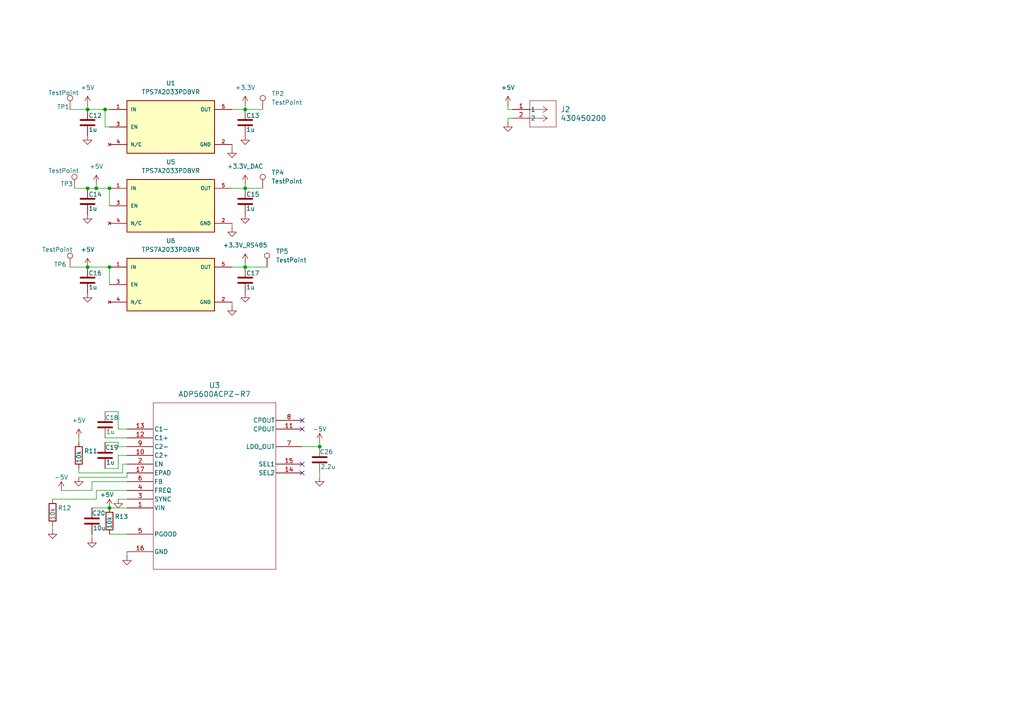
<source format=kicad_sch>
(kicad_sch (version 20250114) (generator "eeschema") (generator_version "9.0")
  (paper "A4")
  (lib_symbols
    (symbol "0-lib:430450200" (pin_names (offset 0.254))
      (property "Reference" "J" (at 8.89 6.35 0))
      (property "Value" "430450200" (at 0 0 0))
      (symbol "430450200_1_1"
        (polyline (pts (xy 5.08 2.54) (xy 5.08 -5.08)) (stroke (width 0.127)))
        (polyline (pts (xy 5.08 -5.08) (xy 12.7 -5.08)) (stroke (width 0.127)))
        (polyline (pts (xy 10.16 0) (xy 5.08 0)) (stroke (width 0.127)))
        (polyline (pts (xy 10.16 0) (xy 8.89 0.8467)) (stroke (width 0.127)))
        (polyline (pts (xy 10.16 0) (xy 8.89 -0.8467)) (stroke (width 0.127)))
        (polyline (pts (xy 10.16 -2.54) (xy 5.08 -2.54)) (stroke (width 0.127)))
        (polyline (pts (xy 10.16 -2.54) (xy 8.89 -1.6933)) (stroke (width 0.127)))
        (polyline (pts (xy 10.16 -2.54) (xy 8.89 -3.3867)) (stroke (width 0.127)))
        (polyline (pts (xy 12.7 2.54) (xy 5.08 2.54)) (stroke (width 0.127)))
        (polyline (pts (xy 12.7 -5.08) (xy 12.7 2.54)) (stroke (width 0.127)))
        (pin unspecified line (at 0 0 0) (length 5.08) (name "1") (number "1"))
        (pin unspecified line (at 0 -2.54 0) (length 5.08) (name "2") (number "2"))
      )
      (symbol "430450200_1_2"
        (polyline (pts (xy 5.08 2.54) (xy 5.08 -5.08)) (stroke (width 0.127)))
        (polyline (pts (xy 5.08 -5.08) (xy 12.7 -5.08)) (stroke (width 0.127)))
        (polyline (pts (xy 7.62 0) (xy 5.08 0)) (stroke (width 0.127)))
        (polyline (pts (xy 7.62 0) (xy 8.89 0.8467)) (stroke (width 0.127)))
        (polyline (pts (xy 7.62 0) (xy 8.89 -0.8467)) (stroke (width 0.127)))
        (polyline (pts (xy 7.62 -2.54) (xy 5.08 -2.54)) (stroke (width 0.127)))
        (polyline (pts (xy 7.62 -2.54) (xy 8.89 -1.6933)) (stroke (width 0.127)))
        (polyline (pts (xy 7.62 -2.54) (xy 8.89 -3.3867)) (stroke (width 0.127)))
        (polyline (pts (xy 12.7 2.54) (xy 5.08 2.54)) (stroke (width 0.127)))
        (polyline (pts (xy 12.7 -5.08) (xy 12.7 2.54)) (stroke (width 0.127)))
        (pin unspecified line (at 0 0 0) (length 5.08) (name "1") (number "1"))
        (pin unspecified line (at 0 -2.54 0) (length 5.08) (name "2") (number "2"))
      )
    )
    (symbol "0-lib:ADP5600ACPZ-R7" (pin_names (offset 0.254))
      (property "Reference" "U" (at 25.4 12.7 0))
      (property "Value" "ADP5600ACPZ-R7" (at 25.4 10.16 0))
      (symbol "ADP5600ACPZ-R7_0_1"
        (polyline (pts (xy 7.62 7.62) (xy 7.62 -40.64)) (stroke (width 0.127)))
        (polyline (pts (xy 7.62 -40.64) (xy 43.18 -40.64)) (stroke (width 0.127)))
        (polyline (pts (xy 43.18 7.62) (xy 7.62 7.62)) (stroke (width 0.127)))
        (polyline (pts (xy 43.18 -40.64) (xy 43.18 7.62)) (stroke (width 0.127)))
        (pin unspecified line (at 0 0 0) (length 7.62) (name "C1-") (number "13"))
        (pin unspecified line (at 0 -2.54 0) (length 7.62) (name "C1+") (number "12"))
        (pin unspecified line (at 0 -5.08 0) (length 7.62) (name "C2-") (number "9"))
        (pin unspecified line (at 0 -7.62 0) (length 7.62) (name "C2+") (number "10"))
        (pin unspecified line (at 0 -10.16 0) (length 7.62) (name "EN") (number "2"))
        (pin unspecified line (at 0 -12.7 0) (length 7.62) (name "EPAD") (number "17"))
        (pin unspecified line (at 0 -15.24 0) (length 7.62) (name "FB") (number "6"))
        (pin unspecified line (at 0 -17.78 0) (length 7.62) (name "FREQ") (number "4"))
        (pin unspecified line (at 0 -20.32 0) (length 7.62) (name "SYNC") (number "3"))
        (pin unspecified line (at 0 -22.86 0) (length 7.62) (name "VIN") (number "1"))
        (pin unspecified line (at 0 -30.48 0) (length 7.62) (name "PGOOD") (number "5"))
        (pin unspecified line (at 0 -35.56 0) (length 7.62) (name "GND") (number "16"))
        (pin unspecified line (at 50.8 2.54 180) (length 7.62) (name "CPOUT") (number "8"))
        (pin unspecified line (at 50.8 0 180) (length 7.62) (name "CPOUT") (number "11"))
        (pin unspecified line (at 50.8 -5.08 180) (length 7.62) (name "LDO_OUT") (number "7"))
        (pin unspecified line (at 50.8 -10.16 180) (length 7.62) (name "SEL1") (number "15"))
        (pin unspecified line (at 50.8 -12.7 180) (length 7.62) (name "SEL2") (number "14"))
      )
    )
    (symbol "0-lib:TPS7A2033PDBVR" (pin_names (offset 1.016))
      (property "Reference" "U" (at -12.7 8.382 0))
      (property "Value" "TPS7A2033PDBVR" (at -12.7 -10.16 0))
      (symbol "TPS7A2033PDBVR_0_0"
        (rectangle (start -12.7 -7.62) (end 12.7 7.62) (stroke (width 0.254)) (fill (type background)))
        (pin input line (at -17.78 5.08 0) (length 5.08) (name "IN") (number "1"))
        (pin input line (at -17.78 0 0) (length 5.08) (name "EN") (number "3"))
        (pin no_connect line (at -17.78 -5.08 0) (length 5.08) (name "N/C") (number "4"))
        (pin output line (at 17.78 5.08 180) (length 5.08) (name "OUT") (number "5"))
        (pin power_in line (at 17.78 -5.08 180) (length 5.08) (name "GND") (number "2"))
      )
    )
    (symbol "Connector:TestPoint" (pin_numbers (hide yes)) (pin_names (offset 0.762) (hide yes))
      (property "Reference" "TP" (at 0 6.858 0))
      (property "Value" "TestPoint" (at 0 5.08 0))
      (symbol "TestPoint_0_1"
        (circle (center 0 3.302) (radius 0.762))
      )
      (symbol "TestPoint_1_1"
        (pin passive line (at 0 0 90) (length 2.54) (name "1") (number "1"))
      )
    )
    (symbol "Device:C" (pin_numbers (hide yes)) (pin_names (offset 0.254))
      (property "Reference" "C" (at 0.635 2.54 0))
      (property "Value" "C" (at 0.635 -2.54 0))
      (symbol "C_0_1"
        (polyline (pts (xy -2.032 0.762) (xy 2.032 0.762)) (stroke (width 0.508)))
        (polyline (pts (xy -2.032 -0.762) (xy 2.032 -0.762)) (stroke (width 0.508)))
      )
      (symbol "C_1_1"
        (pin passive line (at 0 3.81 270) (length 2.794) (name "~") (number "1"))
        (pin passive line (at 0 -3.81 90) (length 2.794) (name "~") (number "2"))
      )
    )
    (symbol "Device:R" (pin_numbers (hide yes)) (pin_names (offset 0))
      (property "Reference" "R" (at 2.032 0 90))
      (property "Value" "R" (at 0 0 90))
      (symbol "R_0_1"
        (rectangle (start -1.016 -2.54) (end 1.016 2.54) (stroke (width 0.254)))
      )
      (symbol "R_1_1"
        (pin passive line (at 0 3.81 270) (length 1.27) (name "~") (number "1"))
        (pin passive line (at 0 -3.81 90) (length 1.27) (name "~") (number "2"))
      )
    )
    (symbol "power:+3.3V" (power) (pin_numbers (hide yes)) (pin_names (offset 0) (hide yes))
      (property "Value" "+3.3V" (at 0 3.556 0))
      (symbol "+3.3V_0_1"
        (polyline (pts (xy -0.762 1.27) (xy 0 2.54)))
        (polyline (pts (xy 0 2.54) (xy 0.762 1.27)))
        (polyline (pts (xy 0 0) (xy 0 2.54)))
      )
      (symbol "+3.3V_1_1"
        (pin power_in line (at 0 0 90) (length 0) (name "~") (number "1"))
      )
    )
    (symbol "power:+5V" (power) (pin_numbers (hide yes)) (pin_names (offset 0) (hide yes))
      (property "Value" "+5V" (at 0 3.556 0))
      (symbol "+5V_0_1"
        (polyline (pts (xy -0.762 1.27) (xy 0 2.54)))
        (polyline (pts (xy 0 2.54) (xy 0.762 1.27)))
        (polyline (pts (xy 0 0) (xy 0 2.54)))
      )
      (symbol "+5V_1_1"
        (pin power_in line (at 0 0 90) (length 0) (name "~") (number "1"))
      )
    )
    (symbol "power:GND" (power) (pin_numbers (hide yes)) (pin_names (offset 0) (hide yes))
      (property "Value" "GND" (at 0 -3.81 0))
      (symbol "GND_0_1"
        (polyline (pts (xy 0 0) (xy 0 -1.27) (xy 1.27 -1.27) (xy 0 -2.54) (xy -1.27 -1.27) (xy 0 -1.27)))
      )
      (symbol "GND_1_1"
        (pin power_in line (at 0 0 270) (length 0) (name "~") (number "1"))
      )
    )
  )
  (junction (at 25.4 54.61))
  (junction (at 71.12 31.75))
  (junction (at 92.71 129.54))
  (junction (at 25.4 31.75))
  (junction (at 30.48 31.75))
  (junction (at 71.12 54.61))
  (junction (at 71.12 77.47))
  (junction (at 27.94 54.61))
  (junction (at 31.75 54.61))
  (junction (at 31.75 147.32))
  (junction (at 25.4 77.47))
  (junction (at 31.75 77.47))
  (no_connect (at 87.63 137.16))
  (no_connect (at 87.63 134.62))
  (no_connect (at 87.63 124.46))
  (no_connect (at 87.63 121.92))
  (wire (pts (xy 27.94 54.61) (xy 31.75 54.61)))
  (wire (pts (xy 67.31 77.47) (xy 71.12 77.47)))
  (wire (pts (xy 147.32 34.29) (xy 147.32 35.56)))
  (wire (pts (xy 27.94 53.34) (xy 27.94 54.61)))
  (wire (pts (xy 76.2 31.75) (xy 71.12 31.75)))
  (wire (pts (xy 36.83 139.7) (xy 26.67 139.7)))
  (wire (pts (xy 26.67 142.24) (xy 17.78 142.24)))
  (wire (pts (xy 34.29 129.54) (xy 36.83 129.54)))
  (wire (pts (xy 71.12 77.47) (xy 77.47 77.47)))
  (wire (pts (xy 30.48 127) (xy 36.83 127)))
  (wire (pts (xy 31.75 82.55) (xy 31.75 77.47)))
  (wire (pts (xy 22.86 137.16) (xy 35.56 137.16)))
  (wire (pts (xy 30.48 135.89) (xy 34.29 135.89)))
  (wire (pts (xy 67.31 54.61) (xy 71.12 54.61)))
  (wire (pts (xy 71.12 76.2) (xy 71.12 77.47)))
  (wire (pts (xy 21.59 54.61) (xy 25.4 54.61)))
  (wire (pts (xy 30.48 119.38) (xy 34.29 119.38)))
  (wire (pts (xy 30.48 128.27) (xy 34.29 128.27)))
  (wire (pts (xy 35.56 134.62) (xy 36.83 134.62)))
  (wire (pts (xy 67.31 41.91) (xy 67.31 43.18)))
  (wire (pts (xy 26.67 154.94) (xy 26.67 156.21)))
  (wire (pts (xy 36.83 160.02) (xy 36.83 161.29)))
  (wire (pts (xy 34.29 135.89) (xy 34.29 132.08)))
  (wire (pts (xy 31.75 154.94) (xy 36.83 154.94)))
  (wire (pts (xy 87.63 129.54) (xy 92.71 129.54)))
  (wire (pts (xy 34.29 128.27) (xy 34.29 129.54)))
  (wire (pts (xy 36.83 137.16) (xy 36.83 138.43)))
  (wire (pts (xy 35.56 137.16) (xy 35.56 134.62)))
  (wire (pts (xy 22.86 127) (xy 22.86 128.27)))
  (wire (pts (xy 27.94 144.78) (xy 15.24 144.78)))
  (wire (pts (xy 25.4 31.75) (xy 30.48 31.75)))
  (wire (pts (xy 26.67 147.32) (xy 31.75 147.32)))
  (wire (pts (xy 30.48 36.83) (xy 30.48 31.75)))
  (wire (pts (xy 92.71 137.16) (xy 92.71 138.43)))
  (wire (pts (xy 147.32 31.75) (xy 148.59 31.75)))
  (wire (pts (xy 67.31 87.63) (xy 67.31 88.9)))
  (wire (pts (xy 27.94 142.24) (xy 27.94 144.78)))
  (wire (pts (xy 67.31 31.75) (xy 71.12 31.75)))
  (wire (pts (xy 71.12 30.48) (xy 71.12 31.75)))
  (wire (pts (xy 31.75 36.83) (xy 30.48 36.83)))
  (wire (pts (xy 20.32 31.75) (xy 25.4 31.75)))
  (wire (pts (xy 71.12 53.34) (xy 71.12 54.61)))
  (wire (pts (xy 67.31 64.77) (xy 67.31 66.04)))
  (wire (pts (xy 147.32 30.48) (xy 147.32 31.75)))
  (wire (pts (xy 22.86 135.89) (xy 22.86 137.16)))
  (wire (pts (xy 31.75 59.69) (xy 31.75 54.61)))
  (wire (pts (xy 71.12 54.61) (xy 76.2 54.61)))
  (wire (pts (xy 25.4 30.48) (xy 25.4 31.75)))
  (wire (pts (xy 30.48 31.75) (xy 31.75 31.75)))
  (wire (pts (xy 22.86 138.43) (xy 36.83 138.43)))
  (wire (pts (xy 34.29 119.38) (xy 34.29 124.46)))
  (wire (pts (xy 148.59 34.29) (xy 147.32 34.29)))
  (wire (pts (xy 34.29 144.78) (xy 36.83 144.78)))
  (wire (pts (xy 25.4 54.61) (xy 27.94 54.61)))
  (wire (pts (xy 92.71 128.27) (xy 92.71 129.54)))
  (wire (pts (xy 26.67 142.24) (xy 26.67 139.7)))
  (wire (pts (xy 34.29 132.08) (xy 36.83 132.08)))
  (wire (pts (xy 20.32 77.47) (xy 25.4 77.47)))
  (wire (pts (xy 31.75 147.32) (xy 36.83 147.32)))
  (wire (pts (xy 36.83 142.24) (xy 27.94 142.24)))
  (wire (pts (xy 34.29 124.46) (xy 36.83 124.46)))
  (wire (pts (xy 25.4 77.47) (xy 31.75 77.47)))
  (wire (pts (xy 15.24 152.4) (xy 15.24 153.67)))
  (symbol (lib_id "power:+5V") (at 25.4 30.48 0) (unit 1)
    (property "Reference" "#PWR027" (effects (hide yes)))
    (property "Value" "+5V" (at 25.4 25.4 0))
    (property "Description" "Power symbol creates a global label with name \"+5V\"" (effects (hide yes)))
  )
  (symbol (lib_id "Connector:TestPoint") (at 76.2 31.75 0) (unit 1)
    (property "Reference" "TP2" (at 78.74 27.1779 0) (effects (justify left)))
    (property "Value" "TestPoint" (at 78.74 29.7179 0) (effects (justify left)))
    (property "Description" "test point" (effects (hide yes)))
  )
  (symbol (lib_id "power:GND") (at 67.31 43.18 0) (unit 1)
    (property "Reference" "#PWR023" (effects (hide yes)))
    (property "Value" "GND" (effects (hide yes)))
    (property "Description" "Power symbol creates a global label with name \"GND\" , ground" (effects (hide yes)))
  )
  (symbol (lib_id "Connector:TestPoint") (at 21.59 54.61 0) (unit 1)
    (property "Reference" "TP3" (at 17.526 53.34 0) (effects (justify left)))
    (property "Value" "TestPoint" (at 13.97 49.53 0) (effects (justify left)))
    (property "Description" "test point" (effects (hide yes)))
  )
  (symbol (lib_id "Device:C") (at 25.4 81.28 0) (unit 1)
    (property "Reference" "C16" (at 25.654 79.248 0) (effects (justify left)))
    (property "Value" "1u" (at 25.654 83.312 0) (effects (justify left)))
    (property "Footprint" "0_lib:0402_density_C_Capacitor" (effects (hide yes)))
    (property "Description" "Unpolarized capacitor" (effects (hide yes)))
  )
  (symbol (lib_id "Connector:TestPoint") (at 77.47 77.47 0) (unit 1)
    (property "Reference" "TP5" (at 80.01 72.8979 0) (effects (justify left)))
    (property "Value" "TestPoint" (at 80.01 75.4379 0) (effects (justify left)))
    (property "Description" "test point" (effects (hide yes)))
  )
  (symbol (lib_id "Device:C") (at 71.12 58.42 0) (unit 1)
    (property "Reference" "C15" (at 71.374 56.388 0) (effects (justify left)))
    (property "Value" "1u" (at 71.374 60.452 0) (effects (justify left)))
    (property "Footprint" "0_lib:0402_density_C_Capacitor" (effects (hide yes)))
    (property "Description" "Unpolarized capacitor" (effects (hide yes)))
  )
  (symbol (lib_id "power:GND") (at 22.86 138.43 0) (unit 1)
    (property "Reference" "#PWR040" (effects (hide yes)))
    (property "Value" "GND" (effects (hide yes)))
    (property "Description" "Power symbol creates a global label with name \"GND\" , ground" (effects (hide yes)))
  )
  (symbol (lib_id "Device:C") (at 30.48 123.19 0) (unit 1)
    (property "Reference" "C18" (at 30.48 121.158 0) (effects (justify left)))
    (property "Value" "1u" (at 30.734 125.222 0) (effects (justify left)))
    (property "Footprint" "0_lib:0402_density_C_Capacitor" (effects (hide yes)))
    (property "Description" "Unpolarized capacitor" (effects (hide yes)))
  )
  (symbol (lib_id "Device:R") (at 15.24 148.59 0) (unit 1)
    (property "Reference" "R12" (at 16.764 147.32 0) (effects (justify left)))
    (property "Value" "10k" (at 15.24 150.876 90) (effects (justify left)))
    (property "Footprint" "0_lib:0402_density_C_Resistor" (effects (hide yes)))
    (property "Description" "Resistor" (effects (hide yes)))
  )
  (symbol (lib_id "Device:C") (at 25.4 58.42 0) (unit 1)
    (property "Reference" "C14" (at 25.654 56.388 0) (effects (justify left)))
    (property "Value" "1u" (at 25.654 60.452 0) (effects (justify left)))
    (property "Footprint" "0_lib:0402_density_C_Capacitor" (effects (hide yes)))
    (property "Description" "Unpolarized capacitor" (effects (hide yes)))
  )
  (symbol (lib_id "power:+3.3V") (at 71.12 53.34 0) (unit 1)
    (property "Reference" "#PWR031" (effects (hide yes)))
    (property "Value" "+3.3V_DAC" (at 71.12 48.26 0))
    (property "Description" "Power symbol creates a global label with name \"+3.3V\"" (effects (hide yes)))
  )
  (symbol (lib_id "power:+5V") (at 27.94 53.34 0) (unit 1)
    (property "Reference" "#PWR028" (effects (hide yes)))
    (property "Value" "+5V" (at 27.94 48.26 0))
    (property "Description" "Power symbol creates a global label with name \"+5V\"" (effects (hide yes)))
  )
  (symbol (lib_id "Device:R") (at 22.86 132.08 0) (unit 1)
    (property "Reference" "R11" (at 24.384 130.81 0) (effects (justify left)))
    (property "Value" "10k" (at 22.86 134.366 90) (effects (justify left)))
    (property "Footprint" "0_lib:0402_density_C_Resistor" (effects (hide yes)))
    (property "Description" "Resistor" (effects (hide yes)))
  )
  (symbol (lib_id "power:GND") (at 25.4 85.09 0) (unit 1)
    (property "Reference" "#PWR033" (effects (hide yes)))
    (property "Value" "GND" (effects (hide yes)))
    (property "Description" "Power symbol creates a global label with name \"GND\" , ground" (effects (hide yes)))
  )
  (symbol (lib_id "power:+5V") (at 17.78 142.24 0) (unit 1)
    (property "Reference" "#PWR041" (effects (hide yes)))
    (property "Value" "-5V" (at 17.78 138.43 0))
    (property "Description" "Power symbol creates a global label with name \"+5V\"" (effects (hide yes)))
  )
  (symbol (lib_id "0-lib:TPS7A2033PDBVR") (at 49.53 82.55 0) (unit 1)
    (property "Reference" "U6" (at 49.53 69.85 0))
    (property "Value" "TPS7A2033PDBVR" (at 49.53 72.39 0))
    (property "Footprint" "0_lib:TPS7A2033PDBVR_SOT95P280X145-5N" (effects (hide yes)))
    (property "MF" "Texas Instruments" (effects (hide yes)))
    (property "MAXIMUM_PACKAGE_HEIGHT" "1.45mm" (effects (hide yes)))
    (property "CREATOR" "ANA" (effects (hide yes)))
    (property "Price" "None" (effects (hide yes)))
    (property "Package" "SOT-23 Texas Instruments" (effects (hide yes)))
    (property "Check_prices" "https://www.snapeda.com/parts/TPS7A2033PDBVR/Texas+Instruments/view-part/?ref=eda" (effects (hide yes)))
    (property "STANDARD" "IPC-7351B" (effects (hide yes)))
    (property "PARTREV" "H" (effects (hide yes)))
    (property "VERIFIER" "RODRIGO" (effects (hide yes)))
    (property "SnapEDA_Link" "https://www.snapeda.com/parts/TPS7A2033PDBVR/Texas+Instruments/view-part/?ref=snap" (effects (hide yes)))
    (property "MP" "TPS7A2033PDBVR" (effects (hide yes)))
    (property "Purchase-URL" "https://www.snapeda.com/api/url_track_click_mouser/?unipart_id=5507406&manufacturer=Texas Instruments&part_name=TPS7A2033PDBVR&search_term=tps7a2033pdbvr" (effects (hide yes)))
    (property "Description_1" "300mA ultra-low-noise low-IQ low-dropout (LDO) linear regulator with high PSRR" (effects (hide yes)))
    (property "Availability" "In Stock" (effects (hide yes)))
    (property "MANUFACTURER" "Texas Instruments" (effects (hide yes)))
  )
  (symbol (lib_id "Device:C") (at 26.67 151.13 0) (unit 1)
    (property "Reference" "C20" (at 26.67 148.844 0) (effects (justify left)))
    (property "Value" "10u" (at 26.924 153.162 0) (effects (justify left)))
    (property "Footprint" "Capacitor_SMD:C_0603_1608Metric" (effects (hide yes)))
    (property "Description" "Unpolarized capacitor" (effects (hide yes)))
  )
  (symbol (lib_id "Connector:TestPoint") (at 20.32 31.75 0) (unit 1)
    (property "Reference" "TP1" (at 16.51 30.988 0) (effects (justify left)))
    (property "Value" "TestPoint" (at 13.97 26.924 0) (effects (justify left)))
    (property "Description" "test point" (effects (hide yes)))
  )
  (symbol (lib_id "power:+5V") (at 31.75 147.32 0) (unit 1)
    (property "Reference" "#PWR043" (effects (hide yes)))
    (property "Value" "+5V" (at 30.988 143.51 0))
    (property "Description" "Power symbol creates a global label with name \"+5V\"" (effects (hide yes)))
  )
  (symbol (lib_id "power:GND") (at 71.12 62.23 0) (unit 1)
    (property "Reference" "#PWR025" (effects (hide yes)))
    (property "Value" "GND" (effects (hide yes)))
    (property "Description" "Power symbol creates a global label with name \"GND\" , ground" (effects (hide yes)))
  )
  (symbol (lib_id "power:GND") (at 67.31 88.9 0) (unit 1)
    (property "Reference" "#PWR034" (effects (hide yes)))
    (property "Value" "GND" (effects (hide yes)))
    (property "Description" "Power symbol creates a global label with name \"GND\" , ground" (effects (hide yes)))
  )
  (symbol (lib_id "power:+5V") (at 92.71 128.27 0) (unit 1)
    (property "Reference" "#PWR048" (effects (hide yes)))
    (property "Value" "-5V" (at 92.71 124.46 0))
    (property "Description" "Power symbol creates a global label with name \"+5V\"" (effects (hide yes)))
  )
  (symbol (lib_id "Device:C") (at 92.71 133.35 0) (unit 1)
    (property "Reference" "C26" (at 92.71 131.064 0) (effects (justify left)))
    (property "Value" "2.2u" (at 92.964 135.382 0) (effects (justify left)))
    (property "Footprint" "Capacitor_SMD:C_0603_1608Metric" (effects (hide yes)))
    (property "Description" "Unpolarized capacitor" (effects (hide yes)))
  )
  (symbol (lib_id "power:GND") (at 67.31 66.04 0) (unit 1)
    (property "Reference" "#PWR026" (effects (hide yes)))
    (property "Value" "GND" (effects (hide yes)))
    (property "Description" "Power symbol creates a global label with name \"GND\" , ground" (effects (hide yes)))
  )
  (symbol (lib_id "power:+5V") (at 25.4 77.47 0) (unit 1)
    (property "Reference" "#PWR032" (effects (hide yes)))
    (property "Value" "+5V" (at 25.4 72.39 0))
    (property "Description" "Power symbol creates a global label with name \"+5V\"" (effects (hide yes)))
  )
  (symbol (lib_id "Connector:TestPoint") (at 20.32 77.47 0) (mirror y) (unit 1)
    (property "Reference" "TP6" (at 19.304 76.708 0) (effects (justify left)))
    (property "Value" "TestPoint" (at 21.082 72.39 0) (effects (justify left)))
    (property "Description" "test point" (effects (hide yes)))
  )
  (symbol (lib_id "Device:C") (at 71.12 35.56 0) (unit 1)
    (property "Reference" "C13" (at 71.374 33.528 0) (effects (justify left)))
    (property "Value" "1u" (at 71.374 37.592 0) (effects (justify left)))
    (property "Footprint" "0_lib:0402_density_C_Capacitor" (effects (hide yes)))
    (property "Description" "Unpolarized capacitor" (effects (hide yes)))
  )
  (symbol (lib_id "power:GND") (at 92.71 138.43 0) (unit 1)
    (property "Reference" "#PWR046" (effects (hide yes)))
    (property "Value" "GND" (effects (hide yes)))
    (property "Description" "Power symbol creates a global label with name \"GND\" , ground" (effects (hide yes)))
  )
  (symbol (lib_id "0-lib:430450200") (at 148.59 31.75 0) (unit 1)
    (property "Reference" "J2" (at 162.56 31.7499 0) (effects (font (size 1.524 1.524)) (justify left)))
    (property "Value" "430450200" (at 162.56 34.2899 0) (effects (font (size 1.524 1.524)) (justify left)))
    (property "Footprint" "0_lib:0430450200" (effects (hide yes)))
    (property "Datasheet" "https://www.molex.com/en-us/products/part-detail-pdf/430450200?display=pdf" (effects (hide yes)))
  )
  (symbol (lib_id "0-lib:ADP5600ACPZ-R7") (at 36.83 124.46 0) (unit 1)
    (property "Reference" "U3" (at 62.23 111.76 0) (effects (font (size 1.524 1.524))))
    (property "Value" "ADP5600ACPZ-R7" (at 62.23 114.3 0) (effects (font (size 1.524 1.524))))
    (property "Footprint" "0_lib:CP-16-17_ADI" (effects (hide yes)))
    (property "Datasheet" "https://www.analog.com/media/en/technical-documentation/data-sheets/adp5600.pdf" (effects (hide yes)))
  )
  (symbol (lib_id "Device:C") (at 30.48 132.08 0) (unit 1)
    (property "Reference" "C19" (at 30.48 129.794 0) (effects (justify left)))
    (property "Value" "1u" (at 30.734 134.112 0) (effects (justify left)))
    (property "Footprint" "0_lib:0402_density_C_Capacitor" (effects (hide yes)))
    (property "Description" "Unpolarized capacitor" (effects (hide yes)))
  )
  (symbol (lib_id "power:GND") (at 15.24 153.67 0) (unit 1)
    (property "Reference" "#PWR042" (effects (hide yes)))
    (property "Value" "GND" (effects (hide yes)))
    (property "Description" "Power symbol creates a global label with name \"GND\" , ground" (effects (hide yes)))
  )
  (symbol (lib_id "power:GND") (at 71.12 39.37 0) (unit 1)
    (property "Reference" "#PWR022" (effects (hide yes)))
    (property "Value" "GND" (effects (hide yes)))
    (property "Description" "Power symbol creates a global label with name \"GND\" , ground" (effects (hide yes)))
  )
  (symbol (lib_id "power:GND") (at 34.29 144.78 0) (unit 1)
    (property "Reference" "#PWR047" (effects (hide yes)))
    (property "Value" "GND" (effects (hide yes)))
    (property "Description" "Power symbol creates a global label with name \"GND\" , ground" (effects (hide yes)))
  )
  (symbol (lib_id "0-lib:TPS7A2033PDBVR") (at 49.53 36.83 0) (unit 1)
    (property "Reference" "U1" (at 49.53 24.13 0))
    (property "Value" "TPS7A2033PDBVR" (at 49.53 26.67 0))
    (property "Footprint" "0_lib:TPS7A2033PDBVR_SOT95P280X145-5N" (effects (hide yes)))
    (property "MF" "Texas Instruments" (effects (hide yes)))
    (property "MAXIMUM_PACKAGE_HEIGHT" "1.45mm" (effects (hide yes)))
    (property "CREATOR" "ANA" (effects (hide yes)))
    (property "Price" "None" (effects (hide yes)))
    (property "Package" "SOT-23 Texas Instruments" (effects (hide yes)))
    (property "Check_prices" "https://www.snapeda.com/parts/TPS7A2033PDBVR/Texas+Instruments/view-part/?ref=eda" (effects (hide yes)))
    (property "STANDARD" "IPC-7351B" (effects (hide yes)))
    (property "PARTREV" "H" (effects (hide yes)))
    (property "VERIFIER" "RODRIGO" (effects (hide yes)))
    (property "SnapEDA_Link" "https://www.snapeda.com/parts/TPS7A2033PDBVR/Texas+Instruments/view-part/?ref=snap" (effects (hide yes)))
    (property "MP" "TPS7A2033PDBVR" (effects (hide yes)))
    (property "Purchase-URL" "https://www.snapeda.com/api/url_track_click_mouser/?unipart_id=5507406&manufacturer=Texas Instruments&part_name=TPS7A2033PDBVR&search_term=tps7a2033pdbvr" (effects (hide yes)))
    (property "Description_1" "300mA ultra-low-noise low-IQ low-dropout (LDO) linear regulator with high PSRR" (effects (hide yes)))
    (property "Availability" "In Stock" (effects (hide yes)))
    (property "MANUFACTURER" "Texas Instruments" (effects (hide yes)))
  )
  (symbol (lib_id "Connector:TestPoint") (at 76.2 54.61 0) (unit 1)
    (property "Reference" "TP4" (at 78.74 50.0379 0) (effects (justify left)))
    (property "Value" "TestPoint" (at 78.74 52.5779 0) (effects (justify left)))
    (property "Description" "test point" (effects (hide yes)))
  )
  (symbol (lib_id "power:+3.3V") (at 71.12 30.48 0) (unit 1)
    (property "Reference" "#PWR030" (effects (hide yes)))
    (property "Value" "+3.3V" (at 71.12 25.4 0))
    (property "Description" "Power symbol creates a global label with name \"+3.3V\"" (effects (hide yes)))
  )
  (symbol (lib_id "power:GND") (at 36.83 161.29 0) (unit 1)
    (property "Reference" "#PWR045" (effects (hide yes)))
    (property "Value" "GND" (effects (hide yes)))
    (property "Description" "Power symbol creates a global label with name \"GND\" , ground" (effects (hide yes)))
  )
  (symbol (lib_id "power:GND") (at 25.4 39.37 0) (unit 1)
    (property "Reference" "#PWR04" (effects (hide yes)))
    (property "Value" "GND" (effects (hide yes)))
    (property "Description" "Power symbol creates a global label with name \"GND\" , ground" (effects (hide yes)))
  )
  (symbol (lib_id "Device:R") (at 31.75 151.13 0) (unit 1)
    (property "Reference" "R13" (at 33.274 149.86 0) (effects (justify left)))
    (property "Value" "10k" (at 31.75 153.416 90) (effects (justify left)))
    (property "Footprint" "0_lib:0402_density_C_Resistor" (effects (hide yes)))
    (property "Description" "Resistor" (effects (hide yes)))
  )
  (symbol (lib_id "Device:C") (at 25.4 35.56 0) (unit 1)
    (property "Reference" "C12" (at 25.654 33.528 0) (effects (justify left)))
    (property "Value" "1u" (at 25.654 37.592 0) (effects (justify left)))
    (property "Footprint" "0_lib:0402_density_C_Capacitor" (effects (hide yes)))
    (property "Description" "Unpolarized capacitor" (effects (hide yes)))
  )
  (symbol (lib_id "power:GND") (at 147.32 35.56 0) (unit 1)
    (property "Reference" "#PWR037" (effects (hide yes)))
    (property "Value" "GND" (effects (hide yes)))
    (property "Description" "Power symbol creates a global label with name \"GND\" , ground" (effects (hide yes)))
  )
  (symbol (lib_id "power:+5V") (at 22.86 127 0) (unit 1)
    (property "Reference" "#PWR039" (effects (hide yes)))
    (property "Value" "+5V" (at 22.86 121.92 0))
    (property "Description" "Power symbol creates a global label with name \"+5V\"" (effects (hide yes)))
  )
  (symbol (lib_id "power:GND") (at 26.67 156.21 0) (unit 1)
    (property "Reference" "#PWR044" (effects (hide yes)))
    (property "Value" "GND" (effects (hide yes)))
    (property "Description" "Power symbol creates a global label with name \"GND\" , ground" (effects (hide yes)))
  )
  (symbol (lib_id "power:GND") (at 25.4 62.23 0) (unit 1)
    (property "Reference" "#PWR024" (effects (hide yes)))
    (property "Value" "GND" (effects (hide yes)))
    (property "Description" "Power symbol creates a global label with name \"GND\" , ground" (effects (hide yes)))
  )
  (symbol (lib_id "power:GND") (at 71.12 85.09 0) (unit 1)
    (property "Reference" "#PWR036" (effects (hide yes)))
    (property "Value" "GND" (effects (hide yes)))
    (property "Description" "Power symbol creates a global label with name \"GND\" , ground" (effects (hide yes)))
  )
  (symbol (lib_id "0-lib:TPS7A2033PDBVR") (at 49.53 59.69 0) (unit 1)
    (property "Reference" "U5" (at 49.53 46.99 0))
    (property "Value" "TPS7A2033PDBVR" (at 49.53 49.53 0))
    (property "Footprint" "0_lib:TPS7A2033PDBVR_SOT95P280X145-5N" (effects (hide yes)))
    (property "MF" "Texas Instruments" (effects (hide yes)))
    (property "MAXIMUM_PACKAGE_HEIGHT" "1.45mm" (effects (hide yes)))
    (property "CREATOR" "ANA" (effects (hide yes)))
    (property "Price" "None" (effects (hide yes)))
    (property "Package" "SOT-23 Texas Instruments" (effects (hide yes)))
    (property "Check_prices" "https://www.snapeda.com/parts/TPS7A2033PDBVR/Texas+Instruments/view-part/?ref=eda" (effects (hide yes)))
    (property "STANDARD" "IPC-7351B" (effects (hide yes)))
    (property "PARTREV" "H" (effects (hide yes)))
    (property "VERIFIER" "RODRIGO" (effects (hide yes)))
    (property "SnapEDA_Link" "https://www.snapeda.com/parts/TPS7A2033PDBVR/Texas+Instruments/view-part/?ref=snap" (effects (hide yes)))
    (property "MP" "TPS7A2033PDBVR" (effects (hide yes)))
    (property "Purchase-URL" "https://www.snapeda.com/api/url_track_click_mouser/?unipart_id=5507406&manufacturer=Texas Instruments&part_name=TPS7A2033PDBVR&search_term=tps7a2033pdbvr" (effects (hide yes)))
    (property "Description_1" "300mA ultra-low-noise low-IQ low-dropout (LDO) linear regulator with high PSRR" (effects (hide yes)))
    (property "Availability" "In Stock" (effects (hide yes)))
    (property "MANUFACTURER" "Texas Instruments" (effects (hide yes)))
  )
  (symbol (lib_id "Device:C") (at 71.12 81.28 0) (unit 1)
    (property "Reference" "C17" (at 71.374 79.248 0) (effects (justify left)))
    (property "Value" "1u" (at 71.374 83.312 0) (effects (justify left)))
    (property "Footprint" "0_lib:0402_density_C_Capacitor" (effects (hide yes)))
    (property "Description" "Unpolarized capacitor" (effects (hide yes)))
  )
  (symbol (lib_id "power:+5V") (at 147.32 30.48 0) (unit 1)
    (property "Reference" "#PWR029" (effects (hide yes)))
    (property "Value" "+5V" (at 147.32 25.4 0))
    (property "Description" "Power symbol creates a global label with name \"+5V\"" (effects (hide yes)))
  )
  (symbol (lib_id "power:+3.3V") (at 71.12 76.2 0) (unit 1)
    (property "Reference" "#PWR035" (effects (hide yes)))
    (property "Value" "+3.3V_RS485" (at 71.12 71.12 0))
    (property "Description" "Power symbol creates a global label with name \"+3.3V\"" (effects (hide yes)))
  )
)
</source>
